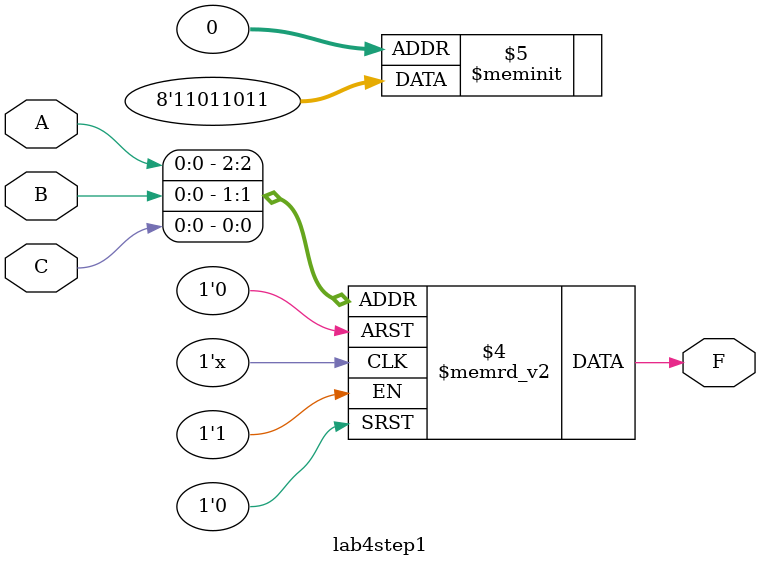
<source format=v>
module lab4step1(F,A,B,C);
	input A,B,C;
	output F;
	reg F;
	
	always @(A or B or C)
	begin 
		case({A,B,C})
		
			3'b000:F='b1;
			3'b001:F='b1;
			3'b010:F='b0;
			3'b011:F='b1;
			3'b100:F='b1;
			3'b101:F='b0;
			3'b110:F='b1;
			3'b111:F='b1;
			
		endcase
	end
	
endmodule
</source>
